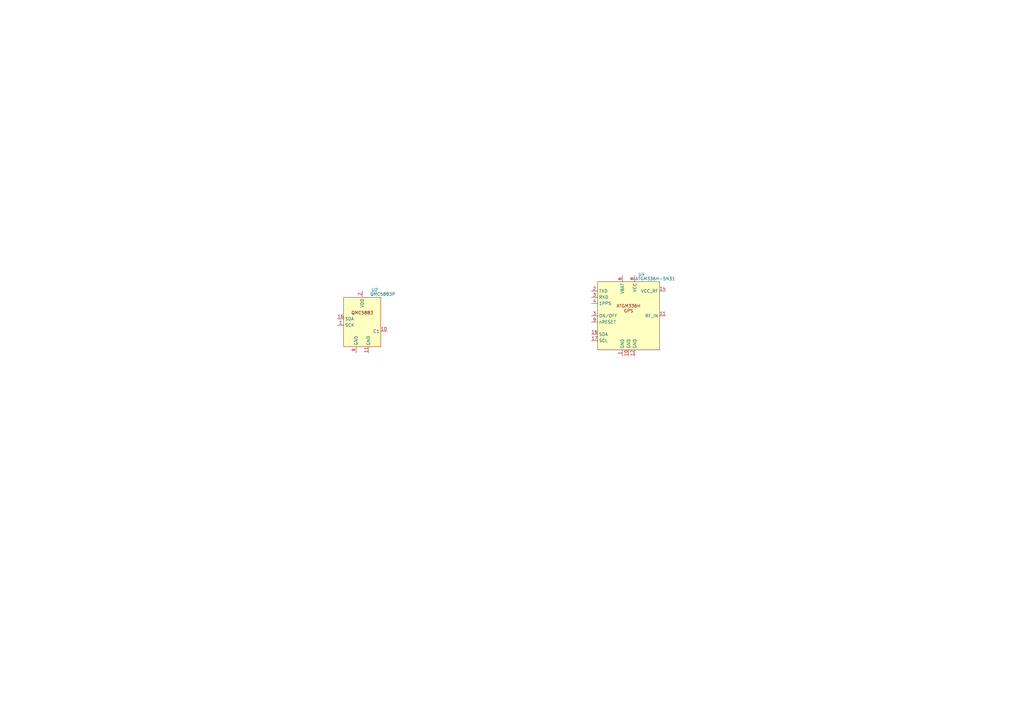
<source format=kicad_sch>
(kicad_sch (version 20250114) (generator "eeschema") (generator_version "9.0")
  (paper "A3")
  (title_block (title "STM32F100C4T6B GPS Locator") (date "2025-03-06") (rev "1.0.0") (company "MTP"))
  (lib_symbols
    (symbol "ICs:ATGM336H"
      (property "Reference" "U" (at 8.89 23.368 0))
      (symbol "ATGM336H_1_1"
        (rectangle (start -12.7 20.32) (end 12.7 -7.62) (fill (type background)))
        (text "ATGM336H\nGPS" (at 0 9.398 0) (effects (font (size 1.27 1.27))))
        (pin output line (at -15.24 16.51 0) (length 2.54) (name "TXD") (number "2"))
        (pin input line (at -15.24 13.97 0) (length 2.54) (name "RXD") (number "3"))
        (pin output line (at -15.24 11.43 0) (length 2.54) (name "1PPS") (number "4"))
        (pin input line (at -15.24 6.35 0) (length 2.54) (name "ON/OFF") (number "3"))
        (pin input line (at -15.24 3.81 0) (length 2.54) (name "nRESET") (number "9"))
        (pin bidirectional line (at -15.24 -1.27 0) (length 2.54) (name "SDA") (number "16"))
        (pin input line (at -15.24 -3.81 0) (length 2.54) (name "SCL") (number "17"))
        (pin power_in line (at -2.54 22.86 270) (length 2.54) (name "VBAT") (number "6"))
        (pin power_in line (at -2.54 -10.16 90) (length 2.54) (name "GND") (number "1"))
        (pin power_in line (at 0 -10.16 90) (length 2.54) (name "GND") (number "10"))
        (pin power_in line (at 2.54 22.86 270) (length 2.54) (name "VCC") (number "8"))
        (pin power_in line (at 2.54 -10.16 90) (length 2.54) (name "GND") (number "12"))
        (pin power_out line (at 15.24 16.51 180) (length 2.54) (name "VCC_RF") (number "14"))
        (pin input line (at 15.24 6.35 180) (length 2.54) (name "RF_IN") (number "11"))
      )
    )
    (symbol "ICs:QMC5883P"
      (property "Reference" "U" (at 3.81 11.684 0))
      (symbol "QMC5883P_1_1"
        (rectangle (start -7.62 10.16) (end 7.62 -10.16) (fill (type background)))
        (text "QMC5883" (at 0 3.81 0) (effects (font (size 1.27 1.27))))
        (pin bidirectional line (at -10.16 1.27 0) (length 2.54) (name "SDA") (number "16"))
        (pin input line (at -10.16 -1.27 0) (length 2.54) (name "SCK") (number "1"))
        (pin power_in line (at -2.54 -12.7 90) (length 2.54) (name "GND") (number "9"))
        (pin power_in line (at 0 12.7 270) (length 2.54) (name "VDD") (number "2"))
        (pin power_in line (at 2.54 -12.7 90) (length 2.54) (name "GND") (number "11"))
        (pin power_out line (at 10.16 -3.81 180) (length 2.54) (name "C1") (number "10"))
      )
    )
  )
  (symbol (lib_id "ICs:ATGM336H") (at 257.81 135.89 0) (unit 1)
    (property "Reference" "U4" (at 263.144 112.522 0))
    (property "Value" "ATGM336H-5N31" (at 268.732 114.3 0))
    (property "Footprint" "ICs:ATGM336H_SMD_9.7x10.1mm" (effects (hide yes)))
    (property "LCSC Part" "C90770" (effects (hide yes)))
  )
  (symbol (lib_id "ICs:QMC5883P") (at 148.59 132.08 0) (unit 1)
    (property "Reference" "U2" (at 153.67 118.872 0))
    (property "Value" "QMC5883P" (at 156.972 120.65 0))
    (property "Footprint" "Package_LGA:LGA-16_3x3mm_P0.5mm" (effects (hide yes)))
    (property "LCSC Part" "C2847467" (effects (hide yes)))
  )
)
</source>
